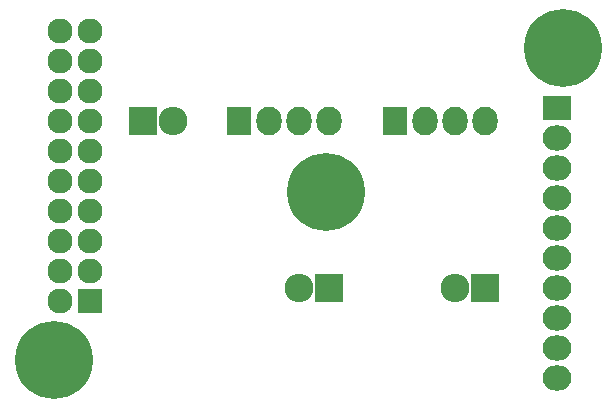
<source format=gbs>
G04 #@! TF.GenerationSoftware,KiCad,Pcbnew,(2016-12-15 revision b13c7e4)-master*
G04 #@! TF.CreationDate,2017-03-13T10:32:04-06:00*
G04 #@! TF.ProjectId,ToolHead_PCB,546F6F6C486561645F5043422E6B6963,0.7*
G04 #@! TF.FileFunction,Soldermask,Bot*
G04 #@! TF.FilePolarity,Negative*
%FSLAX46Y46*%
G04 Gerber Fmt 4.6, Leading zero omitted, Abs format (unit mm)*
G04 Created by KiCad (PCBNEW (2016-12-15 revision b13c7e4)-master) date Mon Mar 13 10:32:04 2017*
%MOMM*%
%LPD*%
G01*
G04 APERTURE LIST*
%ADD10C,0.100000*%
%ADD11O,2.432000X2.127200*%
%ADD12R,2.432000X2.127200*%
%ADD13R,2.432000X2.432000*%
%ADD14O,2.432000X2.432000*%
%ADD15C,6.600000*%
%ADD16R,2.127200X2.127200*%
%ADD17O,2.127200X2.127200*%
%ADD18O,2.127200X2.432000*%
%ADD19R,2.127200X2.432000*%
G04 APERTURE END LIST*
D10*
D11*
X164080000Y-106760000D03*
X164080000Y-104220000D03*
X164080000Y-101680000D03*
X164080000Y-99140000D03*
X164080000Y-96600000D03*
X164080000Y-94060000D03*
X164080000Y-91520000D03*
X164080000Y-88980000D03*
X164080000Y-86440000D03*
D12*
X164080000Y-83900000D03*
D13*
X129005000Y-85000000D03*
D14*
X131545000Y-85000000D03*
D15*
X144500000Y-91000000D03*
D16*
X124505000Y-100200000D03*
D17*
X121965000Y-100200000D03*
X124505000Y-97660000D03*
X121965000Y-97660000D03*
X124505000Y-95120000D03*
X121965000Y-95120000D03*
X124505000Y-92580000D03*
X121965000Y-92580000D03*
X124505000Y-90040000D03*
X121965000Y-90040000D03*
X124505000Y-87500000D03*
X121965000Y-87500000D03*
X124505000Y-84960000D03*
X121965000Y-84960000D03*
X124505000Y-82420000D03*
X121965000Y-82420000D03*
X124505000Y-79880000D03*
X121965000Y-79880000D03*
X124505000Y-77340000D03*
X121965000Y-77340000D03*
D15*
X121465000Y-105250000D03*
X164580000Y-78850000D03*
D18*
X158025000Y-85000000D03*
X155485000Y-85000000D03*
X152945000Y-85000000D03*
D19*
X150405000Y-85000000D03*
X137165000Y-85000000D03*
D18*
X139705000Y-85000000D03*
X142245000Y-85000000D03*
X144785000Y-85000000D03*
D14*
X155485000Y-99100000D03*
D13*
X158025000Y-99100000D03*
D14*
X142245000Y-99100000D03*
D13*
X144785000Y-99100000D03*
M02*

</source>
